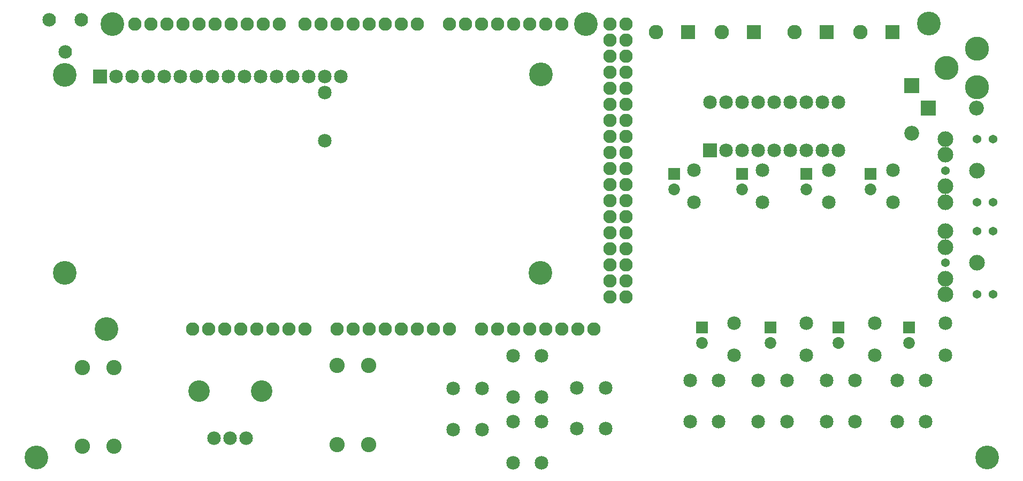
<source format=gbs>
G04 MADE WITH FRITZING*
G04 WWW.FRITZING.ORG*
G04 DOUBLE SIDED*
G04 HOLES PLATED*
G04 CONTOUR ON CENTER OF CONTOUR VECTOR*
%ASAXBY*%
%FSLAX23Y23*%
%MOIN*%
%OFA0B0*%
%SFA1.0B1.0*%
%ADD10C,0.092000*%
%ADD11C,0.084000*%
%ADD12C,0.085000*%
%ADD13C,0.084667*%
%ADD14C,0.084695*%
%ADD15C,0.134033*%
%ADD16C,0.072992*%
%ADD17C,0.090000*%
%ADD18C,0.150000*%
%ADD19C,0.097695*%
%ADD20C,0.097722*%
%ADD21C,0.054000*%
%ADD22C,0.095000*%
%ADD23C,0.082917*%
%ADD24C,0.147795*%
%ADD25R,0.092000X0.092000*%
%ADD26R,0.085000X0.085000*%
%ADD27R,0.072992X0.072992*%
%ADD28R,0.090000X0.090000*%
%LNMASK0*%
G90*
G70*
G54D10*
X5539Y2417D03*
X5539Y2119D03*
X5645Y2278D03*
X5943Y2278D03*
G54D11*
X367Y2827D03*
X267Y2627D03*
X167Y2827D03*
G54D12*
X1885Y2374D03*
X1885Y2074D03*
G54D13*
X1195Y219D03*
X1295Y219D03*
G54D14*
X1395Y219D03*
G54D15*
X1101Y514D03*
X1489Y514D03*
G54D12*
X4285Y2014D03*
X4285Y2314D03*
X4385Y2014D03*
X4385Y2314D03*
X4485Y2014D03*
X4485Y2314D03*
X4585Y2014D03*
X4585Y2314D03*
X4685Y2014D03*
X4685Y2314D03*
X4785Y2014D03*
X4785Y2314D03*
X4885Y2014D03*
X4885Y2314D03*
X4985Y2014D03*
X4985Y2314D03*
X5085Y2014D03*
X5085Y2314D03*
X5423Y1892D03*
X5423Y1692D03*
X5749Y937D03*
X5749Y737D03*
X5023Y1892D03*
X5023Y1692D03*
X5310Y937D03*
X5310Y737D03*
X4610Y1892D03*
X4610Y1692D03*
X4885Y937D03*
X4885Y737D03*
X4185Y1892D03*
X4185Y1692D03*
X4435Y937D03*
X4435Y737D03*
G54D16*
X5285Y1867D03*
X5285Y1769D03*
X5524Y912D03*
X5524Y813D03*
X4885Y1867D03*
X4885Y1769D03*
X5085Y912D03*
X5085Y813D03*
X4485Y1867D03*
X4485Y1769D03*
X4660Y912D03*
X4660Y813D03*
X4060Y1867D03*
X4060Y1769D03*
X4235Y912D03*
X4235Y813D03*
G54D17*
X4558Y2749D03*
X4358Y2749D03*
X5010Y2749D03*
X4810Y2749D03*
X5420Y2749D03*
X5220Y2749D03*
X4148Y2749D03*
X3948Y2749D03*
G54D18*
X5948Y2407D03*
X5948Y2647D03*
X5758Y2527D03*
G54D12*
X485Y2474D03*
X585Y2474D03*
X685Y2474D03*
X785Y2474D03*
X885Y2474D03*
X985Y2474D03*
X1085Y2474D03*
X1185Y2474D03*
X1285Y2474D03*
X1385Y2474D03*
X1485Y2474D03*
X1585Y2474D03*
X1685Y2474D03*
X1785Y2474D03*
X1885Y2474D03*
X1985Y2474D03*
G54D19*
X5947Y1313D03*
G54D20*
X5751Y1116D03*
X5751Y1215D03*
G54D19*
X5751Y1411D03*
G54D20*
X5751Y1510D03*
G54D21*
X6046Y1116D03*
X6046Y1510D03*
X5947Y1510D03*
X5751Y1313D03*
X5947Y1116D03*
G54D19*
X5947Y1888D03*
G54D20*
X5751Y1691D03*
X5751Y1790D03*
G54D19*
X5751Y1986D03*
G54D20*
X5751Y2085D03*
G54D21*
X6046Y1691D03*
X6046Y2085D03*
X5947Y2085D03*
X5751Y1888D03*
X5947Y1691D03*
G54D12*
X3058Y477D03*
X3058Y733D03*
X3235Y477D03*
X3235Y733D03*
X5626Y580D03*
X5626Y324D03*
X5449Y580D03*
X5449Y324D03*
X5187Y580D03*
X5187Y324D03*
X5010Y580D03*
X5010Y324D03*
X4762Y580D03*
X4762Y324D03*
X4585Y580D03*
X4585Y324D03*
X3058Y68D03*
X3058Y324D03*
X3235Y68D03*
X3235Y324D03*
X2862Y530D03*
X2862Y274D03*
X2685Y530D03*
X2685Y274D03*
X4337Y580D03*
X4337Y324D03*
X4160Y580D03*
X4160Y324D03*
X3454Y279D03*
X3454Y535D03*
X3632Y279D03*
X3632Y535D03*
G54D22*
X1960Y182D03*
X2157Y182D03*
X2157Y674D03*
X1960Y674D03*
X372Y169D03*
X569Y169D03*
X569Y661D03*
X372Y661D03*
G54D23*
X2960Y899D03*
X1360Y899D03*
X3060Y899D03*
X3160Y899D03*
X3260Y899D03*
X3360Y899D03*
X3660Y2299D03*
X3460Y899D03*
X3560Y899D03*
X1400Y2799D03*
X1960Y899D03*
X2060Y899D03*
X2160Y899D03*
X2260Y899D03*
X3660Y1499D03*
X2360Y899D03*
X2460Y899D03*
X2560Y899D03*
X2660Y899D03*
X2160Y2799D03*
X3660Y2699D03*
X3660Y1899D03*
X3660Y1099D03*
X1000Y2799D03*
X1760Y899D03*
X1760Y2799D03*
X3660Y2499D03*
X3660Y2099D03*
X3660Y1699D03*
X3360Y2799D03*
X3660Y1299D03*
X3260Y2799D03*
X3160Y2799D03*
X3060Y2799D03*
X2960Y2799D03*
X2860Y2799D03*
X2760Y2799D03*
X2660Y2799D03*
X800Y2799D03*
X1200Y2799D03*
X1600Y2799D03*
X1160Y899D03*
X1560Y899D03*
X2360Y2799D03*
X1960Y2799D03*
X3660Y2799D03*
X3660Y2599D03*
X3660Y2399D03*
X3660Y2199D03*
X3660Y1999D03*
X3660Y1799D03*
X3660Y1599D03*
X3660Y1399D03*
X3660Y1199D03*
X700Y2799D03*
X900Y2799D03*
X1100Y2799D03*
X1300Y2799D03*
X1500Y2799D03*
X1060Y899D03*
X1260Y899D03*
X1460Y899D03*
X1660Y899D03*
X2460Y2799D03*
X2260Y2799D03*
X2060Y2799D03*
X1860Y2799D03*
X3760Y2799D03*
X3760Y2699D03*
X3760Y2599D03*
X3760Y2499D03*
X3760Y2399D03*
X3760Y2299D03*
X3760Y2199D03*
X3760Y2099D03*
X3760Y1999D03*
X3760Y1899D03*
X3760Y1799D03*
X3760Y1699D03*
X3760Y1599D03*
X3760Y1499D03*
X3760Y1399D03*
X3760Y1299D03*
X3760Y1199D03*
X3760Y1099D03*
X2860Y899D03*
G54D24*
X6010Y99D03*
X5648Y2805D03*
X560Y2799D03*
X263Y2483D03*
X264Y1250D03*
X3227Y1250D03*
X3231Y2486D03*
X3510Y2799D03*
X523Y899D03*
X86Y99D03*
G54D25*
X5539Y2418D03*
X5644Y2278D03*
G54D26*
X4285Y2014D03*
G54D27*
X5285Y1867D03*
X5524Y912D03*
X4885Y1867D03*
X5085Y912D03*
X4485Y1867D03*
X4660Y912D03*
X4060Y1867D03*
X4235Y912D03*
G54D28*
X4558Y2749D03*
X5010Y2749D03*
X5420Y2749D03*
X4148Y2749D03*
G54D26*
X485Y2475D03*
G04 End of Mask0*
M02*
</source>
